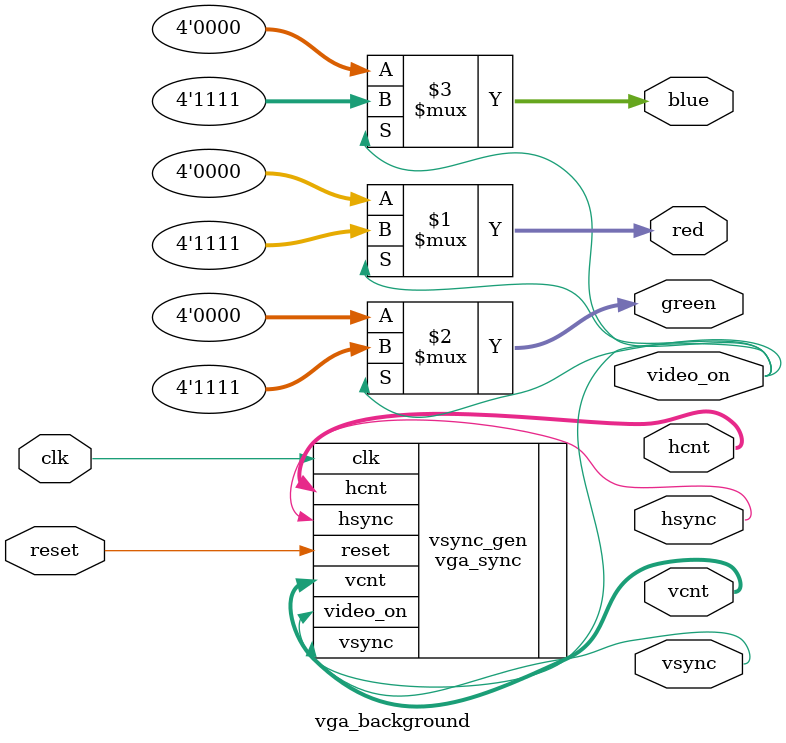
<source format=v>
module vga_background (
    input        clk,        // 25 MHz pixel clock
    input        reset,      // synchronous reset
	 output       video_on,
    output       hsync,
    output       vsync,
    output [3:0] red,        // 4-bit per channel
    output [3:0] green,
    output [3:0] blue,
	 output [9:0] hcnt,
	 output [9:0] vcnt
);
  // instantiate sync generator
  //wire [9:0] hcnt, vcnt;
  
  vga_sync vsync_gen (
    .clk(clk),
    .reset(reset),
    .hsync(hsync),
    .vsync(vsync),
    .video_on(video_on),
    .hcnt(hcnt),
    .vcnt(vcnt)
  );

localparam [3:0] MAX_INTENSITY = 4'hF;

assign red   = video_on ? MAX_INTENSITY : 4'h0;
assign green = video_on ? MAX_INTENSITY : 4'h0;
assign blue  = video_on ? MAX_INTENSITY : 4'h0;

  
/*
  // simple horizontal gradient: map hcnt [0..639] → color ramp
  // red ramps up, green ramps down, blue fixed at mid
  wire [3:0] grad_r = hcnt[9:6];            // top 4 bits of 0–639
  wire [3:0] grad_g = ~hcnt[9:6];           // inverted ramp
  localparam [3:0] BLUE_LEVEL = 4'h8;       // constant mid-blue

  // drive outputs only when video_on; otherwise blank
  assign red   = video_on ? grad_r      : 4'h0;
  assign green = video_on ? grad_g      : 4'h0;
  assign blue  = video_on ? BLUE_LEVEL  : 4'h0;
*/
endmodule
</source>
